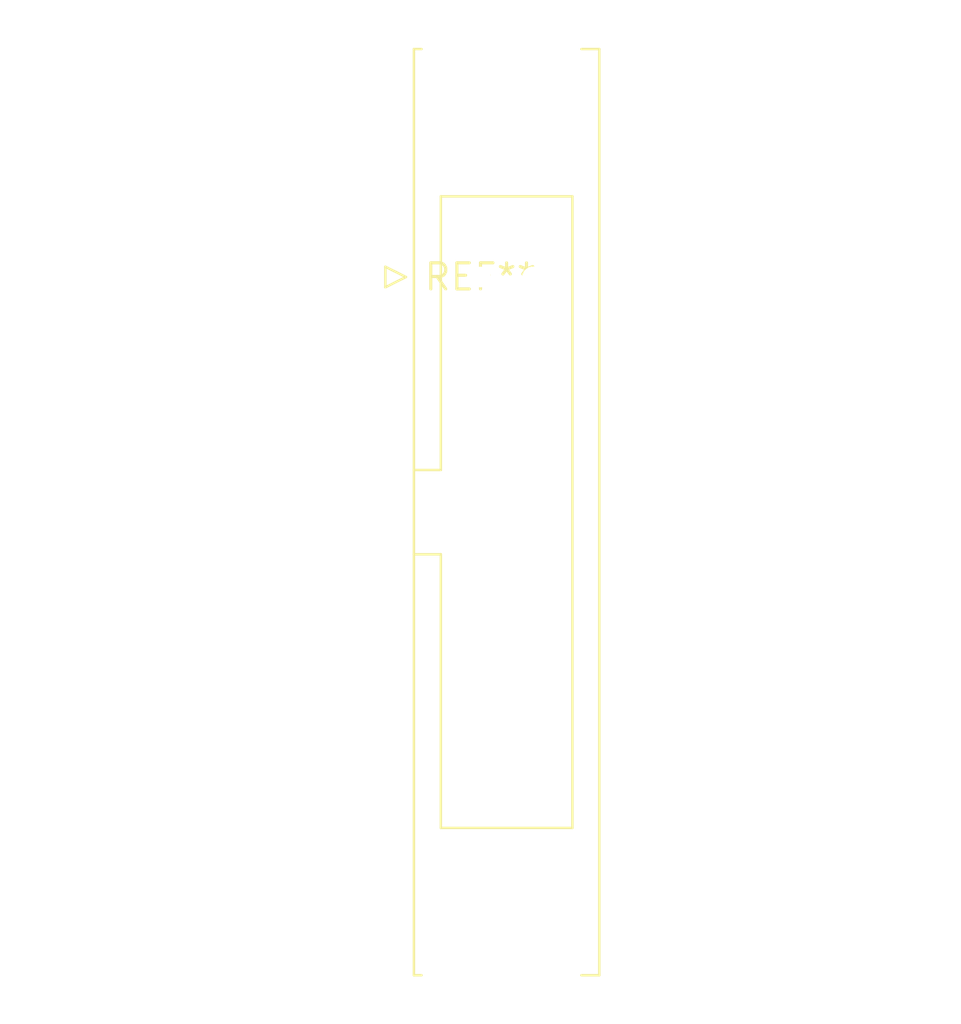
<source format=kicad_pcb>
(kicad_pcb (version 20240108) (generator pcbnew)
  (layers (0 "F.Cu" signal) (31 "B.Cu" signal) (34 "B.Paste" user) (35 "F.Paste" user) (36 "B.SilkS" user "B.Silkscreen") (37 "F.SilkS" user "F.Silkscreen") (38 "B.Mask" user) (39 "F.Mask" user) (44 "Edge.Cuts" user))
  (net 0 "")
  (footprint "IDC-Header_2x10-1MP_P2.54mm_Latch_Vertical" (layer "F.Cu") (at 0 0)
    (property "Reference" "REF**")
    (property "Value" "IDC-Header_2x10-1MP_P2.54mm_Latch_Vertical")
    (fp_line (start -4.63 -0.5) (end -4.63 0.5) (layer "F.SilkS") (stroke (width 0.12)))
    (fp_line (start -4.63 0.5) (end -3.63 0) (layer "F.SilkS") (stroke (width 0.12)))
    (fp_line (start -3.63 0) (end -4.63 -0.5) (layer "F.SilkS") (stroke (width 0.12)))
    (fp_line (start -3.24 -11.08) (end -3.24 33.94) (layer "F.SilkS") (stroke (width 0.12)))
    (fp_line (start -3.24 9.38) (end -1.93 9.38) (layer "F.SilkS") (stroke (width 0.12)))
    (fp_line (start -3.24 33.94) (end -2.87 33.94) (layer "F.SilkS") (stroke (width 0.12)))
    (fp_line (start -2.87 -11.08) (end -3.24 -11.08) (layer "F.SilkS") (stroke (width 0.12)))
    (fp_line (start -1.93 -3.92) (end 4.47 -3.92) (layer "F.SilkS") (stroke (width 0.12)))
    (fp_line (start -1.93 9.38) (end -1.93 -3.92) (layer "F.SilkS") (stroke (width 0.12)))
    (fp_line (start -1.93 13.48) (end -3.24 13.48) (layer "F.SilkS") (stroke (width 0.12)))
    (fp_line (start -1.93 13.48) (end -1.93 13.48) (layer "F.SilkS") (stroke (width 0.12)))
    (fp_line (start -1.93 26.78) (end -1.93 13.48) (layer "F.SilkS") (stroke (width 0.12)))
    (fp_line (start 4.47 -3.92) (end 4.47 26.78) (layer "F.SilkS") (stroke (width 0.12)))
    (fp_line (start 4.47 26.78) (end -1.93 26.78) (layer "F.SilkS") (stroke (width 0.12)))
    (fp_line (start 4.91 -11.08) (end 5.78 -11.08) (layer "F.SilkS") (stroke (width 0.12)))
    (fp_line (start 5.78 -11.08) (end 5.78 33.94) (layer "F.SilkS") (stroke (width 0.12)))
    (fp_line (start 5.78 33.94) (end 4.91 33.94) (layer "F.SilkS") (stroke (width 0.12)))
    (pad "1" thru_hole roundrect (at 0 0) (size 1.7 1.7) (drill 1) (layers *.Cu *.Mask) (remove_unused_layers) (roundrect_rratio 0.147059))
    (pad "2" thru_hole circle (at 2.54 0) (size 1.7 1.7) (drill 1) (layers *.Cu *.Mask) (remove_unused_layers))
    (pad "3" thru_hole circle (at 0 2.54) (size 1.7 1.7) (drill 1) (layers *.Cu *.Mask) (remove_unused_layers))
    (pad "4" thru_hole circle (at 2.54 2.54) (size 1.7 1.7) (drill 1) (layers *.Cu *.Mask) (remove_unused_layers))
    (pad "5" thru_hole circle (at 0 5.08) (size 1.7 1.7) (drill 1) (layers *.Cu *.Mask) (remove_unused_layers))
    (pad "6" thru_hole circle (at 2.54 5.08) (size 1.7 1.7) (drill 1) (layers *.Cu *.Mask) (remove_unused_layers))
    (pad "7" thru_hole circle (at 0 7.62) (size 1.7 1.7) (drill 1) (layers *.Cu *.Mask) (remove_unused_layers))
    (pad "8" thru_hole circle (at 2.54 7.62) (size 1.7 1.7) (drill 1) (layers *.Cu *.Mask) (remove_unused_layers))
    (pad "9" thru_hole circle (at 0 10.16) (size 1.7 1.7) (drill 1) (layers *.Cu *.Mask) (remove_unused_layers))
    (pad "10" thru_hole circle (at 2.54 10.16) (size 1.7 1.7) (drill 1) (layers *.Cu *.Mask) (remove_unused_layers))
    (pad "11" thru_hole circle (at 0 12.7) (size 1.7 1.7) (drill 1) (layers *.Cu *.Mask) (remove_unused_layers))
    (pad "12" thru_hole circle (at 2.54 12.7) (size 1.7 1.7) (drill 1) (layers *.Cu *.Mask) (remove_unused_layers))
    (pad "13" thru_hole circle (at 0 15.24) (size 1.7 1.7) (drill 1) (layers *.Cu *.Mask) (remove_unused_layers))
    (pad "14" thru_hole circle (at 2.54 15.24) (size 1.7 1.7) (drill 1) (layers *.Cu *.Mask) (remove_unused_layers))
    (pad "15" thru_hole circle (at 0 17.78) (size 1.7 1.7) (drill 1) (layers *.Cu *.Mask) (remove_unused_layers))
    (pad "16" thru_hole circle (at 2.54 17.78) (size 1.7 1.7) (drill 1) (layers *.Cu *.Mask) (remove_unused_layers))
    (pad "17" thru_hole circle (at 0 20.32) (size 1.7 1.7) (drill 1) (layers *.Cu *.Mask) (remove_unused_layers))
    (pad "18" thru_hole circle (at 2.54 20.32) (size 1.7 1.7) (drill 1) (layers *.Cu *.Mask) (remove_unused_layers))
    (pad "19" thru_hole circle (at 0 22.86) (size 1.7 1.7) (drill 1) (layers *.Cu *.Mask) (remove_unused_layers))
    (pad "20" thru_hole circle (at 2.54 22.86) (size 1.7 1.7) (drill 1) (layers *.Cu *.Mask) (remove_unused_layers))
    (pad "MP" thru_hole circle (at 1.02 -8.94) (size 8 8) (drill 2.69) (layers *.Cu *.Mask) (remove_unused_layers))
    (pad "MP" thru_hole circle (at 1.02 31.8) (size 8 8) (drill 2.69) (layers *.Cu *.Mask) (remove_unused_layers))
  )
)
</source>
